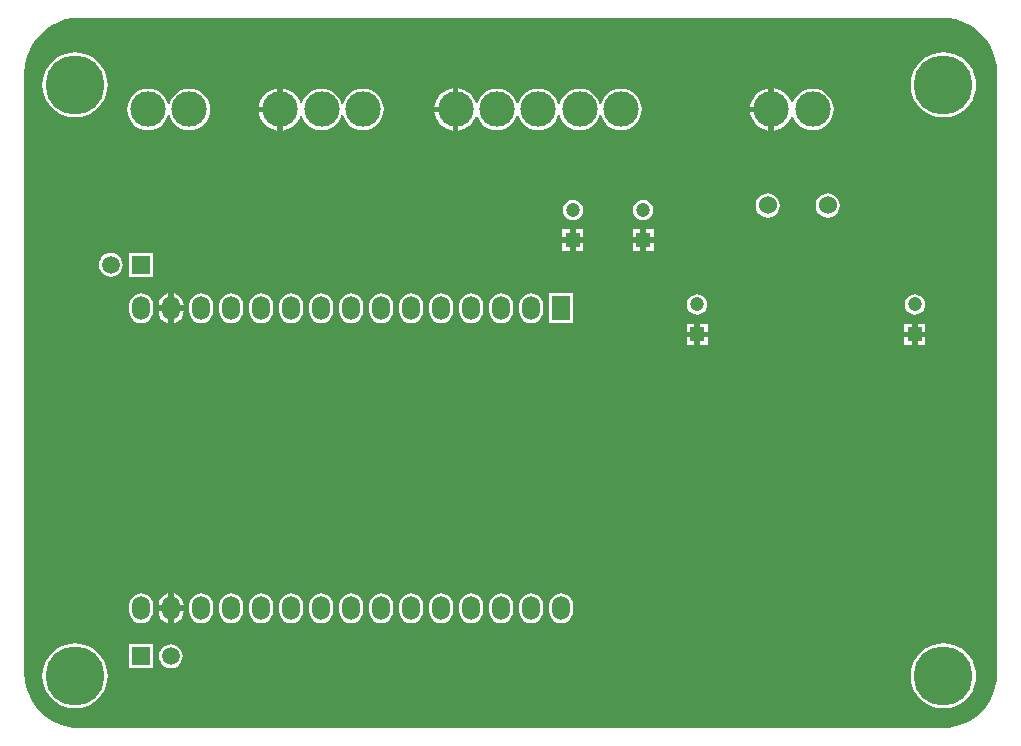
<source format=gbl>
G04 Layer_Physical_Order=2*
G04 Layer_Color=16711680*
%FSLAX25Y25*%
%MOIN*%
G70*
G01*
G75*
%ADD25C,0.11811*%
%ADD26C,0.06000*%
%ADD27C,0.04724*%
%ADD28R,0.04724X0.04724*%
%ADD29C,0.19685*%
%ADD30R,0.05905X0.05905*%
%ADD31C,0.05905*%
%ADD32O,0.05905X0.07874*%
%ADD33R,0.05905X0.07874*%
%ADD34C,0.03150*%
G36*
X291412Y22257D02*
X293782Y21785D01*
X296071Y21008D01*
X298239Y19939D01*
X300249Y18596D01*
X302066Y17003D01*
X303659Y15186D01*
X305002Y13176D01*
X306071Y11008D01*
X306848Y8719D01*
X307320Y6349D01*
X307474Y3986D01*
X307465Y3937D01*
X307465Y-196000D01*
X307474Y-196049D01*
X307320Y-198412D01*
X306848Y-200782D01*
X306071Y-203071D01*
X305002Y-205239D01*
X303659Y-207248D01*
X302066Y-209066D01*
X300249Y-210659D01*
X298239Y-212002D01*
X296071Y-213071D01*
X293782Y-213848D01*
X291412Y-214320D01*
X289049Y-214475D01*
X289000Y-214465D01*
X1606D01*
X1557Y-214475D01*
X-806Y-214320D01*
X-3176Y-213848D01*
X-5465Y-213071D01*
X-7633Y-212002D01*
X-9642Y-210659D01*
X-11460Y-209066D01*
X-13053Y-207248D01*
X-14396Y-205239D01*
X-15465Y-203071D01*
X-16242Y-200782D01*
X-16713Y-198412D01*
X-16868Y-196049D01*
X-16859Y-196000D01*
X-16858Y3937D01*
X-16868Y3986D01*
X-16713Y6349D01*
X-16242Y8719D01*
X-15465Y11008D01*
X-14396Y13176D01*
X-13053Y15186D01*
X-11459Y17003D01*
X-9642Y18596D01*
X-7633Y19939D01*
X-5465Y21008D01*
X-3176Y21785D01*
X-805Y22257D01*
X1557Y22411D01*
X1606Y22402D01*
X289000D01*
X289049Y22411D01*
X291412Y22257D01*
D02*
G37*
%LPC*%
G36*
X283465Y-84209D02*
X280906D01*
Y-86768D01*
X283465D01*
Y-84209D01*
D02*
G37*
G36*
X278937D02*
X276378D01*
Y-86768D01*
X278937D01*
Y-84209D01*
D02*
G37*
G36*
Y-79681D02*
X276378D01*
Y-82240D01*
X278937D01*
Y-79681D01*
D02*
G37*
G36*
X206437D02*
X203878D01*
Y-82240D01*
X206437D01*
Y-79681D01*
D02*
G37*
G36*
X210965Y-84209D02*
X208405D01*
Y-86768D01*
X210965D01*
Y-84209D01*
D02*
G37*
G36*
X31055Y-169475D02*
X30960Y-169487D01*
X29955Y-169904D01*
X29091Y-170567D01*
X28429Y-171430D01*
X28012Y-172436D01*
X27870Y-173515D01*
Y-173515D01*
X31055D01*
Y-169475D01*
D02*
G37*
G36*
X162039Y-169528D02*
X161007Y-169664D01*
X160046Y-170062D01*
X159220Y-170696D01*
X158587Y-171521D01*
X158188Y-172483D01*
X158053Y-173515D01*
Y-175483D01*
X158188Y-176515D01*
X158587Y-177477D01*
X159220Y-178303D01*
X160046Y-178936D01*
X161007Y-179334D01*
X162039Y-179470D01*
X163071Y-179334D01*
X164033Y-178936D01*
X164858Y-178303D01*
X165492Y-177477D01*
X165890Y-176515D01*
X166026Y-175483D01*
Y-173515D01*
X165890Y-172483D01*
X165492Y-171521D01*
X164858Y-170696D01*
X164033Y-170062D01*
X163071Y-169664D01*
X162039Y-169528D01*
D02*
G37*
G36*
X206437Y-84209D02*
X203878D01*
Y-86768D01*
X206437D01*
Y-84209D01*
D02*
G37*
G36*
X33024Y-169475D02*
Y-173515D01*
X36209D01*
Y-173515D01*
X36067Y-172436D01*
X35650Y-171430D01*
X34988Y-170567D01*
X34124Y-169904D01*
X33119Y-169487D01*
X33024Y-169475D01*
D02*
G37*
G36*
X210965Y-79681D02*
X208405D01*
Y-82240D01*
X210965D01*
Y-79681D01*
D02*
G37*
G36*
X62039Y-69528D02*
X61007Y-69664D01*
X60046Y-70062D01*
X59220Y-70696D01*
X58587Y-71521D01*
X58188Y-72483D01*
X58052Y-73515D01*
Y-75483D01*
X58188Y-76515D01*
X58587Y-77477D01*
X59220Y-78303D01*
X60046Y-78936D01*
X61007Y-79334D01*
X62039Y-79470D01*
X63071Y-79334D01*
X64033Y-78936D01*
X64859Y-78303D01*
X65492Y-77477D01*
X65890Y-76515D01*
X66026Y-75483D01*
Y-73515D01*
X65890Y-72483D01*
X65492Y-71521D01*
X64859Y-70696D01*
X64033Y-70062D01*
X63071Y-69664D01*
X62039Y-69528D01*
D02*
G37*
G36*
X52039D02*
X51007Y-69664D01*
X50046Y-70062D01*
X49220Y-70696D01*
X48587Y-71521D01*
X48188Y-72483D01*
X48052Y-73515D01*
Y-75483D01*
X48188Y-76515D01*
X48587Y-77477D01*
X49220Y-78303D01*
X50046Y-78936D01*
X51007Y-79334D01*
X52039Y-79470D01*
X53071Y-79334D01*
X54033Y-78936D01*
X54858Y-78303D01*
X55492Y-77477D01*
X55890Y-76515D01*
X56026Y-75483D01*
Y-73515D01*
X55890Y-72483D01*
X55492Y-71521D01*
X54858Y-70696D01*
X54033Y-70062D01*
X53071Y-69664D01*
X52039Y-69528D01*
D02*
G37*
G36*
X82039D02*
X81007Y-69664D01*
X80046Y-70062D01*
X79220Y-70696D01*
X78587Y-71521D01*
X78188Y-72483D01*
X78053Y-73515D01*
Y-75483D01*
X78188Y-76515D01*
X78587Y-77477D01*
X79220Y-78303D01*
X80046Y-78936D01*
X81007Y-79334D01*
X82039Y-79470D01*
X83071Y-79334D01*
X84033Y-78936D01*
X84859Y-78303D01*
X85492Y-77477D01*
X85890Y-76515D01*
X86026Y-75483D01*
Y-73515D01*
X85890Y-72483D01*
X85492Y-71521D01*
X84859Y-70696D01*
X84033Y-70062D01*
X83071Y-69664D01*
X82039Y-69528D01*
D02*
G37*
G36*
X72039D02*
X71008Y-69664D01*
X70046Y-70062D01*
X69220Y-70696D01*
X68587Y-71521D01*
X68188Y-72483D01*
X68053Y-73515D01*
Y-75483D01*
X68188Y-76515D01*
X68587Y-77477D01*
X69220Y-78303D01*
X70046Y-78936D01*
X71008Y-79334D01*
X72039Y-79470D01*
X73071Y-79334D01*
X74033Y-78936D01*
X74858Y-78303D01*
X75492Y-77477D01*
X75890Y-76515D01*
X76026Y-75483D01*
Y-73515D01*
X75890Y-72483D01*
X75492Y-71521D01*
X74858Y-70696D01*
X74033Y-70062D01*
X73071Y-69664D01*
X72039Y-69528D01*
D02*
G37*
G36*
X42039D02*
X41008Y-69664D01*
X40046Y-70062D01*
X39220Y-70696D01*
X38587Y-71521D01*
X38188Y-72483D01*
X38052Y-73515D01*
Y-75483D01*
X38188Y-76515D01*
X38587Y-77477D01*
X39220Y-78303D01*
X40046Y-78936D01*
X41008Y-79334D01*
X42039Y-79470D01*
X43071Y-79334D01*
X44033Y-78936D01*
X44859Y-78303D01*
X45492Y-77477D01*
X45890Y-76515D01*
X46026Y-75483D01*
Y-73515D01*
X45890Y-72483D01*
X45492Y-71521D01*
X44859Y-70696D01*
X44033Y-70062D01*
X43071Y-69664D01*
X42039Y-69528D01*
D02*
G37*
G36*
X31055Y-75483D02*
X27870D01*
X28012Y-76562D01*
X28429Y-77568D01*
X29091Y-78432D01*
X29955Y-79094D01*
X30960Y-79511D01*
X31055Y-79523D01*
Y-75483D01*
D02*
G37*
G36*
X283465Y-79681D02*
X280906D01*
Y-82240D01*
X283465D01*
Y-79681D01*
D02*
G37*
G36*
X22039Y-69528D02*
X21008Y-69664D01*
X20046Y-70062D01*
X19220Y-70696D01*
X18587Y-71521D01*
X18188Y-72483D01*
X18053Y-73515D01*
Y-75483D01*
X18188Y-76515D01*
X18587Y-77477D01*
X19220Y-78303D01*
X20046Y-78936D01*
X21008Y-79334D01*
X22039Y-79470D01*
X23071Y-79334D01*
X24033Y-78936D01*
X24859Y-78303D01*
X25492Y-77477D01*
X25890Y-76515D01*
X26026Y-75483D01*
Y-73515D01*
X25890Y-72483D01*
X25492Y-71521D01*
X24859Y-70696D01*
X24033Y-70062D01*
X23071Y-69664D01*
X22039Y-69528D01*
D02*
G37*
G36*
X36209Y-75483D02*
X33024D01*
Y-79523D01*
X33119Y-79511D01*
X34124Y-79094D01*
X34988Y-78432D01*
X35650Y-77568D01*
X36067Y-76562D01*
X36209Y-75483D01*
D02*
G37*
G36*
X22039Y-169528D02*
X21008Y-169664D01*
X20046Y-170062D01*
X19220Y-170696D01*
X18587Y-171521D01*
X18188Y-172483D01*
X18053Y-173515D01*
Y-175483D01*
X18188Y-176515D01*
X18587Y-177477D01*
X19220Y-178303D01*
X20046Y-178936D01*
X21008Y-179334D01*
X22039Y-179470D01*
X23071Y-179334D01*
X24033Y-178936D01*
X24859Y-178303D01*
X25492Y-177477D01*
X25890Y-176515D01*
X26026Y-175483D01*
Y-173515D01*
X25890Y-172483D01*
X25492Y-171521D01*
X24859Y-170696D01*
X24033Y-170062D01*
X23071Y-169664D01*
X22039Y-169528D01*
D02*
G37*
G36*
X36209Y-175483D02*
X33024D01*
Y-179523D01*
X33119Y-179511D01*
X34124Y-179094D01*
X34988Y-178432D01*
X35650Y-177568D01*
X36067Y-176562D01*
X36209Y-175483D01*
D02*
G37*
G36*
X52039Y-169528D02*
X51007Y-169664D01*
X50046Y-170062D01*
X49220Y-170696D01*
X48587Y-171521D01*
X48188Y-172483D01*
X48052Y-173515D01*
Y-175483D01*
X48188Y-176515D01*
X48587Y-177477D01*
X49220Y-178303D01*
X50046Y-178936D01*
X51007Y-179334D01*
X52039Y-179470D01*
X53071Y-179334D01*
X54033Y-178936D01*
X54858Y-178303D01*
X55492Y-177477D01*
X55890Y-176515D01*
X56026Y-175483D01*
Y-173515D01*
X55890Y-172483D01*
X55492Y-171521D01*
X54858Y-170696D01*
X54033Y-170062D01*
X53071Y-169664D01*
X52039Y-169528D01*
D02*
G37*
G36*
X42039D02*
X41008Y-169664D01*
X40046Y-170062D01*
X39220Y-170696D01*
X38587Y-171521D01*
X38188Y-172483D01*
X38052Y-173515D01*
Y-175483D01*
X38188Y-176515D01*
X38587Y-177477D01*
X39220Y-178303D01*
X40046Y-178936D01*
X41008Y-179334D01*
X42039Y-179470D01*
X43071Y-179334D01*
X44033Y-178936D01*
X44859Y-178303D01*
X45492Y-177477D01*
X45890Y-176515D01*
X46026Y-175483D01*
Y-173515D01*
X45890Y-172483D01*
X45492Y-171521D01*
X44859Y-170696D01*
X44033Y-170062D01*
X43071Y-169664D01*
X42039Y-169528D01*
D02*
G37*
G36*
X31055Y-175483D02*
X27870D01*
X28012Y-176562D01*
X28429Y-177568D01*
X29091Y-178432D01*
X29955Y-179094D01*
X30960Y-179511D01*
X31055Y-179523D01*
Y-175483D01*
D02*
G37*
G36*
X289500Y-186124D02*
X287799Y-186258D01*
X286139Y-186656D01*
X284562Y-187309D01*
X283107Y-188201D01*
X281809Y-189310D01*
X280701Y-190607D01*
X279809Y-192062D01*
X279156Y-193639D01*
X278758Y-195299D01*
X278624Y-197000D01*
X278758Y-198701D01*
X279156Y-200361D01*
X279809Y-201938D01*
X280701Y-203393D01*
X281809Y-204691D01*
X283107Y-205799D01*
X284562Y-206691D01*
X286139Y-207344D01*
X287799Y-207742D01*
X289500Y-207876D01*
X291201Y-207742D01*
X292861Y-207344D01*
X294438Y-206691D01*
X295893Y-205799D01*
X297190Y-204691D01*
X298299Y-203393D01*
X299191Y-201938D01*
X299844Y-200361D01*
X300242Y-198701D01*
X300376Y-197000D01*
X300242Y-195299D01*
X299844Y-193639D01*
X299191Y-192062D01*
X298299Y-190607D01*
X297190Y-189310D01*
X295893Y-188201D01*
X294438Y-187309D01*
X292861Y-186656D01*
X291201Y-186258D01*
X289500Y-186124D01*
D02*
G37*
G36*
X0D02*
X-1701Y-186258D01*
X-3361Y-186656D01*
X-4938Y-187309D01*
X-6393Y-188201D01*
X-7690Y-189310D01*
X-8799Y-190607D01*
X-9691Y-192062D01*
X-10344Y-193639D01*
X-10742Y-195299D01*
X-10876Y-197000D01*
X-10742Y-198701D01*
X-10344Y-200361D01*
X-9691Y-201938D01*
X-8799Y-203393D01*
X-7690Y-204691D01*
X-6393Y-205799D01*
X-4938Y-206691D01*
X-3361Y-207344D01*
X-1701Y-207742D01*
X0Y-207876D01*
X1701Y-207742D01*
X3361Y-207344D01*
X4938Y-206691D01*
X6393Y-205799D01*
X7690Y-204691D01*
X8799Y-203393D01*
X9691Y-201938D01*
X10344Y-200361D01*
X10742Y-198701D01*
X10876Y-197000D01*
X10742Y-195299D01*
X10344Y-193639D01*
X9691Y-192062D01*
X8799Y-190607D01*
X7690Y-189310D01*
X6393Y-188201D01*
X4938Y-187309D01*
X3361Y-186656D01*
X1701Y-186258D01*
X0Y-186124D01*
D02*
G37*
G36*
X25953Y-186547D02*
X18047D01*
Y-194453D01*
X25953D01*
Y-186547D01*
D02*
G37*
G36*
X32000Y-186513D02*
X30968Y-186649D01*
X30007Y-187047D01*
X29181Y-187681D01*
X28547Y-188507D01*
X28149Y-189468D01*
X28013Y-190500D01*
X28149Y-191532D01*
X28547Y-192493D01*
X29181Y-193319D01*
X30007Y-193953D01*
X30968Y-194351D01*
X32000Y-194487D01*
X33032Y-194351D01*
X33993Y-193953D01*
X34819Y-193319D01*
X35453Y-192493D01*
X35851Y-191532D01*
X35987Y-190500D01*
X35851Y-189468D01*
X35453Y-188507D01*
X34819Y-187681D01*
X33993Y-187047D01*
X33032Y-186649D01*
X32000Y-186513D01*
D02*
G37*
G36*
X62039Y-169528D02*
X61007Y-169664D01*
X60046Y-170062D01*
X59220Y-170696D01*
X58587Y-171521D01*
X58188Y-172483D01*
X58052Y-173515D01*
Y-175483D01*
X58188Y-176515D01*
X58587Y-177477D01*
X59220Y-178303D01*
X60046Y-178936D01*
X61007Y-179334D01*
X62039Y-179470D01*
X63071Y-179334D01*
X64033Y-178936D01*
X64859Y-178303D01*
X65492Y-177477D01*
X65890Y-176515D01*
X66026Y-175483D01*
Y-173515D01*
X65890Y-172483D01*
X65492Y-171521D01*
X64859Y-170696D01*
X64033Y-170062D01*
X63071Y-169664D01*
X62039Y-169528D01*
D02*
G37*
G36*
X132039D02*
X131008Y-169664D01*
X130046Y-170062D01*
X129220Y-170696D01*
X128587Y-171521D01*
X128188Y-172483D01*
X128052Y-173515D01*
Y-175483D01*
X128188Y-176515D01*
X128587Y-177477D01*
X129220Y-178303D01*
X130046Y-178936D01*
X131008Y-179334D01*
X132039Y-179470D01*
X133071Y-179334D01*
X134033Y-178936D01*
X134859Y-178303D01*
X135492Y-177477D01*
X135890Y-176515D01*
X136026Y-175483D01*
Y-173515D01*
X135890Y-172483D01*
X135492Y-171521D01*
X134859Y-170696D01*
X134033Y-170062D01*
X133071Y-169664D01*
X132039Y-169528D01*
D02*
G37*
G36*
X122039D02*
X121008Y-169664D01*
X120046Y-170062D01*
X119220Y-170696D01*
X118587Y-171521D01*
X118188Y-172483D01*
X118052Y-173515D01*
Y-175483D01*
X118188Y-176515D01*
X118587Y-177477D01*
X119220Y-178303D01*
X120046Y-178936D01*
X121008Y-179334D01*
X122039Y-179470D01*
X123071Y-179334D01*
X124033Y-178936D01*
X124858Y-178303D01*
X125492Y-177477D01*
X125890Y-176515D01*
X126026Y-175483D01*
Y-173515D01*
X125890Y-172483D01*
X125492Y-171521D01*
X124858Y-170696D01*
X124033Y-170062D01*
X123071Y-169664D01*
X122039Y-169528D01*
D02*
G37*
G36*
X152039D02*
X151007Y-169664D01*
X150046Y-170062D01*
X149220Y-170696D01*
X148587Y-171521D01*
X148188Y-172483D01*
X148053Y-173515D01*
Y-175483D01*
X148188Y-176515D01*
X148587Y-177477D01*
X149220Y-178303D01*
X150046Y-178936D01*
X151007Y-179334D01*
X152039Y-179470D01*
X153071Y-179334D01*
X154033Y-178936D01*
X154859Y-178303D01*
X155492Y-177477D01*
X155890Y-176515D01*
X156026Y-175483D01*
Y-173515D01*
X155890Y-172483D01*
X155492Y-171521D01*
X154859Y-170696D01*
X154033Y-170062D01*
X153071Y-169664D01*
X152039Y-169528D01*
D02*
G37*
G36*
X142039D02*
X141007Y-169664D01*
X140046Y-170062D01*
X139220Y-170696D01*
X138587Y-171521D01*
X138188Y-172483D01*
X138052Y-173515D01*
Y-175483D01*
X138188Y-176515D01*
X138587Y-177477D01*
X139220Y-178303D01*
X140046Y-178936D01*
X141007Y-179334D01*
X142039Y-179470D01*
X143071Y-179334D01*
X144033Y-178936D01*
X144859Y-178303D01*
X145492Y-177477D01*
X145890Y-176515D01*
X146026Y-175483D01*
Y-173515D01*
X145890Y-172483D01*
X145492Y-171521D01*
X144859Y-170696D01*
X144033Y-170062D01*
X143071Y-169664D01*
X142039Y-169528D01*
D02*
G37*
G36*
X112039D02*
X111007Y-169664D01*
X110046Y-170062D01*
X109220Y-170696D01*
X108587Y-171521D01*
X108188Y-172483D01*
X108053Y-173515D01*
Y-175483D01*
X108188Y-176515D01*
X108587Y-177477D01*
X109220Y-178303D01*
X110046Y-178936D01*
X111007Y-179334D01*
X112039Y-179470D01*
X113071Y-179334D01*
X114033Y-178936D01*
X114858Y-178303D01*
X115492Y-177477D01*
X115890Y-176515D01*
X116026Y-175483D01*
Y-173515D01*
X115890Y-172483D01*
X115492Y-171521D01*
X114858Y-170696D01*
X114033Y-170062D01*
X113071Y-169664D01*
X112039Y-169528D01*
D02*
G37*
G36*
X82039D02*
X81007Y-169664D01*
X80046Y-170062D01*
X79220Y-170696D01*
X78587Y-171521D01*
X78188Y-172483D01*
X78053Y-173515D01*
Y-175483D01*
X78188Y-176515D01*
X78587Y-177477D01*
X79220Y-178303D01*
X80046Y-178936D01*
X81007Y-179334D01*
X82039Y-179470D01*
X83071Y-179334D01*
X84033Y-178936D01*
X84859Y-178303D01*
X85492Y-177477D01*
X85890Y-176515D01*
X86026Y-175483D01*
Y-173515D01*
X85890Y-172483D01*
X85492Y-171521D01*
X84859Y-170696D01*
X84033Y-170062D01*
X83071Y-169664D01*
X82039Y-169528D01*
D02*
G37*
G36*
X72039D02*
X71008Y-169664D01*
X70046Y-170062D01*
X69220Y-170696D01*
X68587Y-171521D01*
X68188Y-172483D01*
X68053Y-173515D01*
Y-175483D01*
X68188Y-176515D01*
X68587Y-177477D01*
X69220Y-178303D01*
X70046Y-178936D01*
X71008Y-179334D01*
X72039Y-179470D01*
X73071Y-179334D01*
X74033Y-178936D01*
X74858Y-178303D01*
X75492Y-177477D01*
X75890Y-176515D01*
X76026Y-175483D01*
Y-173515D01*
X75890Y-172483D01*
X75492Y-171521D01*
X74858Y-170696D01*
X74033Y-170062D01*
X73071Y-169664D01*
X72039Y-169528D01*
D02*
G37*
G36*
X102039D02*
X101007Y-169664D01*
X100046Y-170062D01*
X99220Y-170696D01*
X98587Y-171521D01*
X98188Y-172483D01*
X98053Y-173515D01*
Y-175483D01*
X98188Y-176515D01*
X98587Y-177477D01*
X99220Y-178303D01*
X100046Y-178936D01*
X101007Y-179334D01*
X102039Y-179470D01*
X103071Y-179334D01*
X104033Y-178936D01*
X104859Y-178303D01*
X105492Y-177477D01*
X105890Y-176515D01*
X106026Y-175483D01*
Y-173515D01*
X105890Y-172483D01*
X105492Y-171521D01*
X104859Y-170696D01*
X104033Y-170062D01*
X103071Y-169664D01*
X102039Y-169528D01*
D02*
G37*
G36*
X92039D02*
X91008Y-169664D01*
X90046Y-170062D01*
X89220Y-170696D01*
X88587Y-171521D01*
X88188Y-172483D01*
X88052Y-173515D01*
Y-175483D01*
X88188Y-176515D01*
X88587Y-177477D01*
X89220Y-178303D01*
X90046Y-178936D01*
X91008Y-179334D01*
X92039Y-179470D01*
X93071Y-179334D01*
X94033Y-178936D01*
X94858Y-178303D01*
X95492Y-177477D01*
X95890Y-176515D01*
X96026Y-175483D01*
Y-173515D01*
X95890Y-172483D01*
X95492Y-171521D01*
X94858Y-170696D01*
X94033Y-170062D01*
X93071Y-169664D01*
X92039Y-169528D01*
D02*
G37*
G36*
X250921Y-36190D02*
X249877Y-36327D01*
X248904Y-36730D01*
X248068Y-37372D01*
X247427Y-38207D01*
X247024Y-39180D01*
X246887Y-40224D01*
X247024Y-41269D01*
X247427Y-42242D01*
X248068Y-43077D01*
X248904Y-43718D01*
X249877Y-44122D01*
X250921Y-44259D01*
X251965Y-44122D01*
X252939Y-43718D01*
X253774Y-43077D01*
X254415Y-42242D01*
X254818Y-41269D01*
X254956Y-40224D01*
X254818Y-39180D01*
X254415Y-38207D01*
X253774Y-37372D01*
X252939Y-36730D01*
X251965Y-36327D01*
X250921Y-36190D01*
D02*
G37*
G36*
X230921D02*
X229877Y-36327D01*
X228904Y-36730D01*
X228068Y-37372D01*
X227427Y-38207D01*
X227024Y-39180D01*
X226887Y-40224D01*
X227024Y-41269D01*
X227427Y-42242D01*
X228068Y-43077D01*
X228904Y-43718D01*
X229877Y-44122D01*
X230921Y-44259D01*
X231965Y-44122D01*
X232939Y-43718D01*
X233774Y-43077D01*
X234415Y-42242D01*
X234818Y-41269D01*
X234956Y-40224D01*
X234818Y-39180D01*
X234415Y-38207D01*
X233774Y-37372D01*
X232939Y-36730D01*
X231965Y-36327D01*
X230921Y-36190D01*
D02*
G37*
G36*
X231157Y-9209D02*
X225118D01*
X225158Y-9614D01*
X225563Y-10949D01*
X226221Y-12181D01*
X227106Y-13260D01*
X228186Y-14145D01*
X229417Y-14803D01*
X230752Y-15209D01*
X231157Y-15248D01*
Y-9209D01*
D02*
G37*
G36*
X67429Y-9213D02*
X61389D01*
X61429Y-9618D01*
X61835Y-10953D01*
X62493Y-12184D01*
X63378Y-13264D01*
X64457Y-14149D01*
X65688Y-14807D01*
X67024Y-15212D01*
X67429Y-15252D01*
Y-9213D01*
D02*
G37*
G36*
X189421Y-38337D02*
X188544Y-38453D01*
X187726Y-38791D01*
X187023Y-39330D01*
X186484Y-40033D01*
X186146Y-40851D01*
X186030Y-41728D01*
X186146Y-42606D01*
X186484Y-43424D01*
X187023Y-44126D01*
X187726Y-44665D01*
X188544Y-45004D01*
X189421Y-45120D01*
X190299Y-45004D01*
X191117Y-44665D01*
X191819Y-44126D01*
X192358Y-43424D01*
X192697Y-42606D01*
X192813Y-41728D01*
X192697Y-40851D01*
X192358Y-40033D01*
X191819Y-39330D01*
X191117Y-38791D01*
X190299Y-38453D01*
X189421Y-38337D01*
D02*
G37*
G36*
X169465Y-48185D02*
X166905D01*
Y-50744D01*
X169465D01*
Y-48185D01*
D02*
G37*
G36*
X188437D02*
X185878D01*
Y-50744D01*
X188437D01*
Y-48185D01*
D02*
G37*
G36*
X165921Y-38337D02*
X165044Y-38453D01*
X164226Y-38791D01*
X163523Y-39330D01*
X162984Y-40033D01*
X162646Y-40851D01*
X162530Y-41728D01*
X162646Y-42606D01*
X162984Y-43424D01*
X163523Y-44126D01*
X164226Y-44665D01*
X165044Y-45004D01*
X165921Y-45120D01*
X166799Y-45004D01*
X167617Y-44665D01*
X168319Y-44126D01*
X168858Y-43424D01*
X169197Y-42606D01*
X169313Y-41728D01*
X169197Y-40851D01*
X168858Y-40033D01*
X168319Y-39330D01*
X167617Y-38791D01*
X166799Y-38453D01*
X165921Y-38337D01*
D02*
G37*
G36*
X192965Y-48185D02*
X190405D01*
Y-50744D01*
X192965D01*
Y-48185D01*
D02*
G37*
G36*
X125878Y-9209D02*
X119838D01*
X119878Y-9614D01*
X120283Y-10949D01*
X120941Y-12181D01*
X121827Y-13260D01*
X122906Y-14145D01*
X124137Y-14803D01*
X125473Y-15209D01*
X125878Y-15248D01*
Y-9209D01*
D02*
G37*
G36*
Y-1201D02*
X125473Y-1240D01*
X124137Y-1646D01*
X122906Y-2304D01*
X121827Y-3189D01*
X120941Y-4268D01*
X120283Y-5499D01*
X119878Y-6835D01*
X119838Y-7240D01*
X125878D01*
Y-1201D01*
D02*
G37*
G36*
X67429Y-1204D02*
X67024Y-1244D01*
X65688Y-1650D01*
X64457Y-2307D01*
X63378Y-3193D01*
X62493Y-4272D01*
X61835Y-5503D01*
X61429Y-6839D01*
X61389Y-7244D01*
X67429D01*
Y-1204D01*
D02*
G37*
G36*
X38154Y-1289D02*
X36800Y-1423D01*
X35498Y-1818D01*
X34299Y-2459D01*
X33247Y-3322D01*
X32384Y-4373D01*
X31743Y-5573D01*
X31525Y-6291D01*
X31003D01*
X30785Y-5573D01*
X30143Y-4373D01*
X29281Y-3322D01*
X28229Y-2459D01*
X27029Y-1818D01*
X25728Y-1423D01*
X24374Y-1289D01*
X23020Y-1423D01*
X21719Y-1818D01*
X20519Y-2459D01*
X19467Y-3322D01*
X18605Y-4373D01*
X17963Y-5573D01*
X17568Y-6875D01*
X17435Y-8228D01*
X17568Y-9582D01*
X17963Y-10884D01*
X18605Y-12083D01*
X19467Y-13135D01*
X20519Y-13998D01*
X21719Y-14639D01*
X23020Y-15034D01*
X24374Y-15167D01*
X25728Y-15034D01*
X27029Y-14639D01*
X28229Y-13998D01*
X29281Y-13135D01*
X30143Y-12083D01*
X30785Y-10884D01*
X31003Y-10166D01*
X31525D01*
X31743Y-10884D01*
X32384Y-12083D01*
X33247Y-13135D01*
X34299Y-13998D01*
X35498Y-14639D01*
X36800Y-15034D01*
X38154Y-15167D01*
X39507Y-15034D01*
X40809Y-14639D01*
X42009Y-13998D01*
X43060Y-13135D01*
X43923Y-12083D01*
X44564Y-10884D01*
X44959Y-9582D01*
X45092Y-8228D01*
X44959Y-6875D01*
X44564Y-5573D01*
X43923Y-4373D01*
X43060Y-3322D01*
X42009Y-2459D01*
X40809Y-1818D01*
X39507Y-1423D01*
X38154Y-1289D01*
D02*
G37*
G36*
X231157Y-1201D02*
X230752Y-1240D01*
X229417Y-1646D01*
X228186Y-2304D01*
X227106Y-3189D01*
X226221Y-4268D01*
X225563Y-5499D01*
X225158Y-6835D01*
X225118Y-7240D01*
X231157D01*
Y-1201D01*
D02*
G37*
G36*
X289500Y10876D02*
X287799Y10742D01*
X286139Y10344D01*
X284562Y9691D01*
X283107Y8799D01*
X281809Y7690D01*
X280701Y6393D01*
X279809Y4938D01*
X279156Y3361D01*
X278758Y1701D01*
X278624Y0D01*
X278758Y-1701D01*
X279156Y-3361D01*
X279809Y-4938D01*
X280701Y-6393D01*
X281809Y-7690D01*
X283107Y-8799D01*
X284562Y-9691D01*
X286139Y-10344D01*
X287799Y-10742D01*
X289500Y-10876D01*
X291201Y-10742D01*
X292861Y-10344D01*
X294438Y-9691D01*
X295893Y-8799D01*
X297190Y-7690D01*
X298299Y-6393D01*
X299191Y-4938D01*
X299844Y-3361D01*
X300242Y-1701D01*
X300376Y0D01*
X300242Y1701D01*
X299844Y3361D01*
X299191Y4938D01*
X298299Y6393D01*
X297190Y7690D01*
X295893Y8799D01*
X294438Y9691D01*
X292861Y10344D01*
X291201Y10742D01*
X289500Y10876D01*
D02*
G37*
G36*
X233126Y-1201D02*
Y-8224D01*
Y-15248D01*
X233531Y-15209D01*
X234867Y-14803D01*
X236098Y-14145D01*
X237177Y-13260D01*
X238063Y-12181D01*
X238721Y-10949D01*
X238865Y-10474D01*
X239387D01*
X239510Y-10880D01*
X240152Y-12079D01*
X241015Y-13131D01*
X242066Y-13994D01*
X243266Y-14635D01*
X244567Y-15030D01*
X245921Y-15163D01*
X247275Y-15030D01*
X248577Y-14635D01*
X249776Y-13994D01*
X250828Y-13131D01*
X251691Y-12079D01*
X252332Y-10880D01*
X252727Y-9578D01*
X252860Y-8224D01*
X252727Y-6871D01*
X252332Y-5569D01*
X251691Y-4369D01*
X250828Y-3318D01*
X249776Y-2455D01*
X248577Y-1814D01*
X247275Y-1419D01*
X245921Y-1285D01*
X244567Y-1419D01*
X243266Y-1814D01*
X242066Y-2455D01*
X241015Y-3318D01*
X240152Y-4369D01*
X239510Y-5569D01*
X239387Y-5975D01*
X238865D01*
X238721Y-5499D01*
X238063Y-4268D01*
X237177Y-3189D01*
X236098Y-2304D01*
X234867Y-1646D01*
X233531Y-1240D01*
X233126Y-1201D01*
D02*
G37*
G36*
X69398Y-1204D02*
Y-8228D01*
X68413D01*
D01*
X69398D01*
Y-15252D01*
X69803Y-15212D01*
X71139Y-14807D01*
X72370Y-14149D01*
X73449Y-13264D01*
X74334Y-12184D01*
X74992Y-10953D01*
X75137Y-10478D01*
X75659D01*
X75782Y-10884D01*
X76423Y-12083D01*
X77286Y-13135D01*
X78338Y-13998D01*
X79537Y-14639D01*
X80839Y-15034D01*
X82193Y-15167D01*
X83547Y-15034D01*
X84848Y-14639D01*
X86048Y-13998D01*
X87099Y-13135D01*
X87962Y-12083D01*
X88604Y-10884D01*
X88821Y-10166D01*
X89344D01*
X89562Y-10884D01*
X90203Y-12083D01*
X91066Y-13135D01*
X92117Y-13998D01*
X93317Y-14639D01*
X94619Y-15034D01*
X95973Y-15167D01*
X97326Y-15034D01*
X98628Y-14639D01*
X99827Y-13998D01*
X100879Y-13135D01*
X101742Y-12083D01*
X102383Y-10884D01*
X102778Y-9582D01*
X102911Y-8228D01*
X102778Y-6875D01*
X102383Y-5573D01*
X101742Y-4373D01*
X100879Y-3322D01*
X99827Y-2459D01*
X98628Y-1818D01*
X97326Y-1423D01*
X95973Y-1289D01*
X94619Y-1423D01*
X93317Y-1818D01*
X92117Y-2459D01*
X91066Y-3322D01*
X90203Y-4373D01*
X89562Y-5573D01*
X89344Y-6291D01*
X88821D01*
X88604Y-5573D01*
X87962Y-4373D01*
X87099Y-3322D01*
X86048Y-2459D01*
X84848Y-1818D01*
X83547Y-1423D01*
X82193Y-1289D01*
X80839Y-1423D01*
X79537Y-1818D01*
X78338Y-2459D01*
X77286Y-3322D01*
X76423Y-4373D01*
X75782Y-5573D01*
X75659Y-5979D01*
X75137D01*
X74992Y-5503D01*
X74334Y-4272D01*
X73449Y-3193D01*
X72370Y-2307D01*
X71139Y-1650D01*
X69803Y-1244D01*
X69398Y-1204D01*
D02*
G37*
G36*
X0Y10876D02*
X-1701Y10742D01*
X-3361Y10344D01*
X-4938Y9691D01*
X-6393Y8799D01*
X-7690Y7690D01*
X-8799Y6393D01*
X-9691Y4938D01*
X-10344Y3361D01*
X-10742Y1701D01*
X-10876Y0D01*
X-10742Y-1701D01*
X-10344Y-3361D01*
X-9691Y-4938D01*
X-8799Y-6393D01*
X-7690Y-7690D01*
X-6393Y-8799D01*
X-4938Y-9691D01*
X-3361Y-10344D01*
X-1701Y-10742D01*
X0Y-10876D01*
X1701Y-10742D01*
X3361Y-10344D01*
X4938Y-9691D01*
X6393Y-8799D01*
X7690Y-7690D01*
X8799Y-6393D01*
X9691Y-4938D01*
X10344Y-3361D01*
X10742Y-1701D01*
X10876Y0D01*
X10742Y1701D01*
X10344Y3361D01*
X9691Y4938D01*
X8799Y6393D01*
X7690Y7690D01*
X6393Y8799D01*
X4938Y9691D01*
X3361Y10344D01*
X1701Y10742D01*
X0Y10876D01*
D02*
G37*
G36*
X127846Y-1201D02*
Y-8224D01*
Y-15248D01*
X128251Y-15209D01*
X129587Y-14803D01*
X130818Y-14145D01*
X131897Y-13260D01*
X132783Y-12181D01*
X133441Y-10949D01*
X133585Y-10474D01*
X134108D01*
X134231Y-10880D01*
X134872Y-12079D01*
X135735Y-13131D01*
X136787Y-13994D01*
X137986Y-14635D01*
X139288Y-15030D01*
X140642Y-15163D01*
X141996Y-15030D01*
X143297Y-14635D01*
X144497Y-13994D01*
X145548Y-13131D01*
X146411Y-12079D01*
X147053Y-10880D01*
X147270Y-10162D01*
X147793D01*
X148011Y-10880D01*
X148652Y-12079D01*
X149515Y-13131D01*
X150566Y-13994D01*
X151766Y-14635D01*
X153068Y-15030D01*
X154421Y-15163D01*
X155775Y-15030D01*
X157077Y-14635D01*
X158276Y-13994D01*
X159328Y-13131D01*
X160191Y-12079D01*
X160832Y-10880D01*
X161050Y-10162D01*
X161572D01*
X161790Y-10880D01*
X162431Y-12079D01*
X163294Y-13131D01*
X164346Y-13994D01*
X165545Y-14635D01*
X166847Y-15030D01*
X168201Y-15163D01*
X169554Y-15030D01*
X170856Y-14635D01*
X172056Y-13994D01*
X173107Y-13131D01*
X173970Y-12079D01*
X174611Y-10880D01*
X174829Y-10162D01*
X175352D01*
X175570Y-10880D01*
X176211Y-12079D01*
X177074Y-13131D01*
X178125Y-13994D01*
X179325Y-14635D01*
X180627Y-15030D01*
X181980Y-15163D01*
X183334Y-15030D01*
X184636Y-14635D01*
X185835Y-13994D01*
X186887Y-13131D01*
X187750Y-12079D01*
X188391Y-10880D01*
X188786Y-9578D01*
X188919Y-8224D01*
X188786Y-6871D01*
X188391Y-5569D01*
X187750Y-4369D01*
X186887Y-3318D01*
X185835Y-2455D01*
X184636Y-1814D01*
X183334Y-1419D01*
X181980Y-1285D01*
X180627Y-1419D01*
X179325Y-1814D01*
X178125Y-2455D01*
X177074Y-3318D01*
X176211Y-4369D01*
X175570Y-5569D01*
X175352Y-6287D01*
X174829D01*
X174611Y-5569D01*
X173970Y-4369D01*
X173107Y-3318D01*
X172056Y-2455D01*
X170856Y-1814D01*
X169554Y-1419D01*
X168201Y-1285D01*
X166847Y-1419D01*
X165545Y-1814D01*
X164346Y-2455D01*
X163294Y-3318D01*
X162431Y-4369D01*
X161790Y-5569D01*
X161572Y-6287D01*
X161050D01*
X160832Y-5569D01*
X160191Y-4369D01*
X159328Y-3318D01*
X158276Y-2455D01*
X157077Y-1814D01*
X155775Y-1419D01*
X154421Y-1285D01*
X153068Y-1419D01*
X151766Y-1814D01*
X150566Y-2455D01*
X149515Y-3318D01*
X148652Y-4369D01*
X148011Y-5569D01*
X147793Y-6287D01*
X147270D01*
X147053Y-5569D01*
X146411Y-4369D01*
X145548Y-3318D01*
X144497Y-2455D01*
X143297Y-1814D01*
X141996Y-1419D01*
X140642Y-1285D01*
X139288Y-1419D01*
X137986Y-1814D01*
X136787Y-2455D01*
X135735Y-3318D01*
X134872Y-4369D01*
X134231Y-5569D01*
X134108Y-5975D01*
X133585D01*
X133441Y-5499D01*
X132783Y-4268D01*
X131897Y-3189D01*
X130818Y-2304D01*
X129587Y-1646D01*
X128251Y-1240D01*
X127846Y-1201D01*
D02*
G37*
G36*
X152039Y-69528D02*
X151007Y-69664D01*
X150046Y-70062D01*
X149220Y-70696D01*
X148587Y-71521D01*
X148188Y-72483D01*
X148053Y-73515D01*
Y-75483D01*
X148188Y-76515D01*
X148587Y-77477D01*
X149220Y-78303D01*
X150046Y-78936D01*
X151007Y-79334D01*
X152039Y-79470D01*
X153071Y-79334D01*
X154033Y-78936D01*
X154859Y-78303D01*
X155492Y-77477D01*
X155890Y-76515D01*
X156026Y-75483D01*
Y-73515D01*
X155890Y-72483D01*
X155492Y-71521D01*
X154859Y-70696D01*
X154033Y-70062D01*
X153071Y-69664D01*
X152039Y-69528D01*
D02*
G37*
G36*
X142039D02*
X141007Y-69664D01*
X140046Y-70062D01*
X139220Y-70696D01*
X138587Y-71521D01*
X138188Y-72483D01*
X138052Y-73515D01*
Y-75483D01*
X138188Y-76515D01*
X138587Y-77477D01*
X139220Y-78303D01*
X140046Y-78936D01*
X141007Y-79334D01*
X142039Y-79470D01*
X143071Y-79334D01*
X144033Y-78936D01*
X144859Y-78303D01*
X145492Y-77477D01*
X145890Y-76515D01*
X146026Y-75483D01*
Y-73515D01*
X145890Y-72483D01*
X145492Y-71521D01*
X144859Y-70696D01*
X144033Y-70062D01*
X143071Y-69664D01*
X142039Y-69528D01*
D02*
G37*
G36*
X207421Y-69833D02*
X206544Y-69949D01*
X205726Y-70288D01*
X205023Y-70827D01*
X204484Y-71529D01*
X204146Y-72347D01*
X204030Y-73224D01*
X204146Y-74102D01*
X204484Y-74920D01*
X205023Y-75622D01*
X205726Y-76161D01*
X206544Y-76500D01*
X207421Y-76616D01*
X208299Y-76500D01*
X209117Y-76161D01*
X209819Y-75622D01*
X210358Y-74920D01*
X210697Y-74102D01*
X210812Y-73224D01*
X210697Y-72347D01*
X210358Y-71529D01*
X209819Y-70827D01*
X209117Y-70288D01*
X208299Y-69949D01*
X207421Y-69833D01*
D02*
G37*
G36*
X165992Y-69562D02*
X158087D01*
Y-79436D01*
X165992D01*
Y-69562D01*
D02*
G37*
G36*
X132039Y-69528D02*
X131008Y-69664D01*
X130046Y-70062D01*
X129220Y-70696D01*
X128587Y-71521D01*
X128188Y-72483D01*
X128052Y-73515D01*
Y-75483D01*
X128188Y-76515D01*
X128587Y-77477D01*
X129220Y-78303D01*
X130046Y-78936D01*
X131008Y-79334D01*
X132039Y-79470D01*
X133071Y-79334D01*
X134033Y-78936D01*
X134859Y-78303D01*
X135492Y-77477D01*
X135890Y-76515D01*
X136026Y-75483D01*
Y-73515D01*
X135890Y-72483D01*
X135492Y-71521D01*
X134859Y-70696D01*
X134033Y-70062D01*
X133071Y-69664D01*
X132039Y-69528D01*
D02*
G37*
G36*
X102039D02*
X101007Y-69664D01*
X100046Y-70062D01*
X99220Y-70696D01*
X98587Y-71521D01*
X98188Y-72483D01*
X98053Y-73515D01*
Y-75483D01*
X98188Y-76515D01*
X98587Y-77477D01*
X99220Y-78303D01*
X100046Y-78936D01*
X101007Y-79334D01*
X102039Y-79470D01*
X103071Y-79334D01*
X104033Y-78936D01*
X104859Y-78303D01*
X105492Y-77477D01*
X105890Y-76515D01*
X106026Y-75483D01*
Y-73515D01*
X105890Y-72483D01*
X105492Y-71521D01*
X104859Y-70696D01*
X104033Y-70062D01*
X103071Y-69664D01*
X102039Y-69528D01*
D02*
G37*
G36*
X92039D02*
X91008Y-69664D01*
X90046Y-70062D01*
X89220Y-70696D01*
X88587Y-71521D01*
X88188Y-72483D01*
X88052Y-73515D01*
Y-75483D01*
X88188Y-76515D01*
X88587Y-77477D01*
X89220Y-78303D01*
X90046Y-78936D01*
X91008Y-79334D01*
X92039Y-79470D01*
X93071Y-79334D01*
X94033Y-78936D01*
X94858Y-78303D01*
X95492Y-77477D01*
X95890Y-76515D01*
X96026Y-75483D01*
Y-73515D01*
X95890Y-72483D01*
X95492Y-71521D01*
X94858Y-70696D01*
X94033Y-70062D01*
X93071Y-69664D01*
X92039Y-69528D01*
D02*
G37*
G36*
X122039D02*
X121008Y-69664D01*
X120046Y-70062D01*
X119220Y-70696D01*
X118587Y-71521D01*
X118188Y-72483D01*
X118052Y-73515D01*
Y-75483D01*
X118188Y-76515D01*
X118587Y-77477D01*
X119220Y-78303D01*
X120046Y-78936D01*
X121008Y-79334D01*
X122039Y-79470D01*
X123071Y-79334D01*
X124033Y-78936D01*
X124858Y-78303D01*
X125492Y-77477D01*
X125890Y-76515D01*
X126026Y-75483D01*
Y-73515D01*
X125890Y-72483D01*
X125492Y-71521D01*
X124858Y-70696D01*
X124033Y-70062D01*
X123071Y-69664D01*
X122039Y-69528D01*
D02*
G37*
G36*
X112039D02*
X111007Y-69664D01*
X110046Y-70062D01*
X109220Y-70696D01*
X108587Y-71521D01*
X108188Y-72483D01*
X108053Y-73515D01*
Y-75483D01*
X108188Y-76515D01*
X108587Y-77477D01*
X109220Y-78303D01*
X110046Y-78936D01*
X111007Y-79334D01*
X112039Y-79470D01*
X113071Y-79334D01*
X114033Y-78936D01*
X114858Y-78303D01*
X115492Y-77477D01*
X115890Y-76515D01*
X116026Y-75483D01*
Y-73515D01*
X115890Y-72483D01*
X115492Y-71521D01*
X114858Y-70696D01*
X114033Y-70062D01*
X113071Y-69664D01*
X112039Y-69528D01*
D02*
G37*
G36*
X279921Y-69833D02*
X279044Y-69949D01*
X278226Y-70288D01*
X277523Y-70827D01*
X276984Y-71529D01*
X276646Y-72347D01*
X276530Y-73224D01*
X276646Y-74102D01*
X276984Y-74920D01*
X277523Y-75622D01*
X278226Y-76161D01*
X279044Y-76500D01*
X279921Y-76616D01*
X280799Y-76500D01*
X281617Y-76161D01*
X282319Y-75622D01*
X282858Y-74920D01*
X283197Y-74102D01*
X283313Y-73224D01*
X283197Y-72347D01*
X282858Y-71529D01*
X282319Y-70827D01*
X281617Y-70288D01*
X280799Y-69949D01*
X279921Y-69833D01*
D02*
G37*
G36*
X188437Y-52713D02*
X185878D01*
Y-55272D01*
X188437D01*
Y-52713D01*
D02*
G37*
G36*
X169465D02*
X166905D01*
Y-55272D01*
X169465D01*
Y-52713D01*
D02*
G37*
G36*
X164937Y-48185D02*
X162378D01*
Y-50744D01*
X164937D01*
Y-48185D01*
D02*
G37*
G36*
X192965Y-52713D02*
X190405D01*
Y-55272D01*
X192965D01*
Y-52713D01*
D02*
G37*
G36*
X164937D02*
X162378D01*
Y-55272D01*
X164937D01*
Y-52713D01*
D02*
G37*
G36*
X33024Y-69475D02*
Y-73515D01*
X36209D01*
Y-73515D01*
X36067Y-72436D01*
X35650Y-71430D01*
X34988Y-70567D01*
X34124Y-69904D01*
X33119Y-69487D01*
X33024Y-69475D01*
D02*
G37*
G36*
X31055Y-69475D02*
X30960Y-69487D01*
X29955Y-69904D01*
X29091Y-70567D01*
X28429Y-71430D01*
X28012Y-72436D01*
X27870Y-73515D01*
Y-73515D01*
X31055D01*
Y-69475D01*
D02*
G37*
G36*
X25953Y-56047D02*
X18047D01*
Y-63953D01*
X25953D01*
Y-56047D01*
D02*
G37*
G36*
X12000Y-56013D02*
X10968Y-56149D01*
X10007Y-56547D01*
X9181Y-57181D01*
X8547Y-58007D01*
X8149Y-58968D01*
X8013Y-60000D01*
X8149Y-61032D01*
X8547Y-61993D01*
X9181Y-62819D01*
X10007Y-63453D01*
X10968Y-63851D01*
X12000Y-63987D01*
X13032Y-63851D01*
X13993Y-63453D01*
X14819Y-62819D01*
X15453Y-61993D01*
X15851Y-61032D01*
X15987Y-60000D01*
X15851Y-58968D01*
X15453Y-58007D01*
X14819Y-57181D01*
X13993Y-56547D01*
X13032Y-56149D01*
X12000Y-56013D01*
D02*
G37*
%LPD*%
D25*
X232142Y-8224D02*
D03*
X245921D02*
D03*
X95973Y-8228D02*
D03*
X82193D02*
D03*
X68413D02*
D03*
X24374D02*
D03*
X38154D02*
D03*
X154421Y-8224D02*
D03*
X168201D02*
D03*
X181980D02*
D03*
X140642D02*
D03*
X126862D02*
D03*
D26*
X230921Y-40224D02*
D03*
X250921D02*
D03*
D27*
X165921Y-41728D02*
D03*
X189421D02*
D03*
X279921Y-73224D02*
D03*
X207421D02*
D03*
D28*
X165921Y-51728D02*
D03*
X189421D02*
D03*
X279921Y-83224D02*
D03*
X207421D02*
D03*
D29*
X289500Y0D02*
D03*
Y-197000D02*
D03*
X0Y0D02*
D03*
Y-197000D02*
D03*
D30*
X22000Y-190500D02*
D03*
Y-60000D02*
D03*
D31*
X32000Y-190500D02*
D03*
X12000Y-60000D02*
D03*
D32*
X162039Y-174499D02*
D03*
X152039D02*
D03*
X142039D02*
D03*
X132039D02*
D03*
X122039D02*
D03*
X112039D02*
D03*
X102039D02*
D03*
X92039D02*
D03*
X82039D02*
D03*
X72039D02*
D03*
X62039D02*
D03*
X52039D02*
D03*
X42039D02*
D03*
X32039D02*
D03*
X22039D02*
D03*
Y-74499D02*
D03*
X32039D02*
D03*
X42039D02*
D03*
X52039D02*
D03*
X62039D02*
D03*
X72039D02*
D03*
X82039D02*
D03*
X92039D02*
D03*
X102039D02*
D03*
X112039D02*
D03*
X122039D02*
D03*
X132039D02*
D03*
X142039D02*
D03*
X152039D02*
D03*
D33*
X162039D02*
D03*
D34*
X201421Y-21228D02*
D03*
X231634Y-80575D02*
D03*
X245020D02*
D03*
X244921Y-118024D02*
D03*
X239921Y-118224D02*
D03*
X249921D02*
D03*
X244921Y-113224D02*
D03*
Y-123224D02*
D03*
X221772Y-118524D02*
D03*
X153921Y-27228D02*
D03*
X60000Y-23000D02*
D03*
X272000Y-59000D02*
D03*
X117421Y-46228D02*
D03*
X152610Y-53390D02*
D03*
X43984Y-38728D02*
D03*
M02*

</source>
